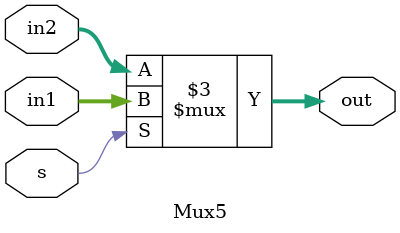
<source format=v>
module Mux32(
    input wire [31:0] in1,
    input wire [31:0] in2,
    input wire s,
    output reg [31:0]out
);

    always @(*) begin
        if(s) begin
            out <= in1;
        end else begin
            out <=in2;
        end
    end
endmodule

module Mux5(
    input wire [4:0] in1,
    input wire [4:0] in2,
    input wire s,
    output reg [4:0] out
);

    always @(*) begin
        if(s) begin
            out <= in1;
        end else begin
            out <=in2;
        end
    end
endmodule
</source>
